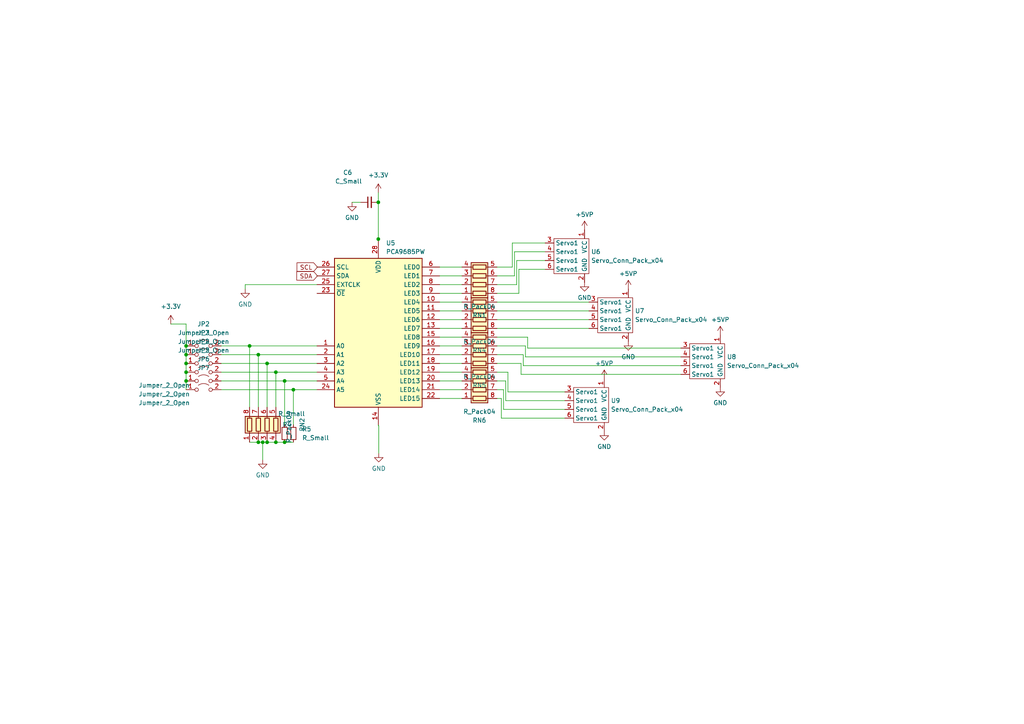
<source format=kicad_sch>
(kicad_sch (version 20230121) (generator eeschema)
  (paper "A4")
  (lib_symbols
    (symbol "Device:C_Small" (pin_numbers hide) (pin_names (offset 0.254) hide)
      (property "Reference" "C" (at 0.254 1.778 0))
      (property "Value" "C_Small" (at 0.254 -2.032 0))
      (symbol "C_Small_0_1"
        (polyline (pts (xy -1.524 -0.508) (xy 1.524 -0.508)) (stroke (width 0.3302)))
        (polyline (pts (xy -1.524 0.508) (xy 1.524 0.508)) (stroke (width 0.3048)))
      )
      (symbol "C_Small_1_1"
        (pin passive line (at 0 2.54 270) (length 2.032) (name "~") (number "1"))
        (pin passive line (at 0 -2.54 90) (length 2.032) (name "~") (number "2"))
      )
    )
    (symbol "Device:R_Pack04" (pin_names (offset 0) hide)
      (property "Reference" "RN" (at -7.62 0 90))
      (property "Value" "R_Pack04" (at 5.08 0 90))
      (symbol "R_Pack04_0_1"
        (rectangle (start -6.35 -2.413) (end 3.81 2.413) (stroke (width 0.254)) (fill (type background)))
        (rectangle (start -5.715 1.905) (end -4.445 -1.905) (stroke (width 0.254)))
        (rectangle (start -3.175 1.905) (end -1.905 -1.905) (stroke (width 0.254)))
        (rectangle (start -0.635 1.905) (end 0.635 -1.905) (stroke (width 0.254)))
        (polyline (pts (xy -5.08 -2.54) (xy -5.08 -1.905)))
        (polyline (pts (xy -5.08 1.905) (xy -5.08 2.54)))
        (polyline (pts (xy -2.54 -2.54) (xy -2.54 -1.905)))
        (polyline (pts (xy -2.54 1.905) (xy -2.54 2.54)))
        (polyline (pts (xy 0 -2.54) (xy 0 -1.905)))
        (polyline (pts (xy 0 1.905) (xy 0 2.54)))
        (polyline (pts (xy 2.54 -2.54) (xy 2.54 -1.905)))
        (polyline (pts (xy 2.54 1.905) (xy 2.54 2.54)))
        (rectangle (start 1.905 1.905) (end 3.175 -1.905) (stroke (width 0.254)))
      )
      (symbol "R_Pack04_1_1"
        (pin passive line (at -5.08 -5.08 90) (length 2.54) (name "R1.1") (number "1"))
        (pin passive line (at -2.54 -5.08 90) (length 2.54) (name "R2.1") (number "2"))
        (pin passive line (at 0 -5.08 90) (length 2.54) (name "R3.1") (number "3"))
        (pin passive line (at 2.54 -5.08 90) (length 2.54) (name "R4.1") (number "4"))
        (pin passive line (at 2.54 5.08 270) (length 2.54) (name "R4.2") (number "5"))
        (pin passive line (at 0 5.08 270) (length 2.54) (name "R3.2") (number "6"))
        (pin passive line (at -2.54 5.08 270) (length 2.54) (name "R2.2") (number "7"))
        (pin passive line (at -5.08 5.08 270) (length 2.54) (name "R1.2") (number "8"))
      )
    )
    (symbol "Device:R_Small" (pin_numbers hide) (pin_names (offset 0.254) hide)
      (property "Reference" "R" (at 0.762 0.508 0))
      (property "Value" "R_Small" (at 0.762 -1.016 0))
      (symbol "R_Small_0_1"
        (rectangle (start -0.762 1.778) (end 0.762 -1.778) (stroke (width 0.2032)))
      )
      (symbol "R_Small_1_1"
        (pin passive line (at 0 2.54 270) (length 0.762) (name "~") (number "1"))
        (pin passive line (at 0 -2.54 90) (length 0.762) (name "~") (number "2"))
      )
    )
    (symbol "Driver_LED:PCA9685PW"
      (property "Reference" "U" (at -12.7 22.225 0))
      (property "Value" "PCA9685PW" (at 1.27 22.225 0))
      (symbol "PCA9685PW_0_1"
        (rectangle (start -12.7 20.32) (end 12.7 -22.86) (stroke (width 0.254)) (fill (type background)))
      )
      (symbol "PCA9685PW_1_1"
        (pin input line (at -17.78 -5.08 0) (length 5.08) (name "A0") (number "1"))
        (pin output line (at 17.78 7.62 180) (length 5.08) (name "LED4") (number "10"))
        (pin output line (at 17.78 5.08 180) (length 5.08) (name "LED5") (number "11"))
        (pin output line (at 17.78 2.54 180) (length 5.08) (name "LED6") (number "12"))
        (pin output line (at 17.78 0 180) (length 5.08) (name "LED7") (number "13"))
        (pin power_in line (at 0 -27.94 90) (length 5.08) (name "VSS") (number "14"))
        (pin output line (at 17.78 -2.54 180) (length 5.08) (name "LED8") (number "15"))
        (pin output line (at 17.78 -5.08 180) (length 5.08) (name "LED9") (number "16"))
        (pin output line (at 17.78 -7.62 180) (length 5.08) (name "LED10") (number "17"))
        (pin output line (at 17.78 -10.16 180) (length 5.08) (name "LED11") (number "18"))
        (pin output line (at 17.78 -12.7 180) (length 5.08) (name "LED12") (number "19"))
        (pin input line (at -17.78 -7.62 0) (length 5.08) (name "A1") (number "2"))
        (pin output line (at 17.78 -15.24 180) (length 5.08) (name "LED13") (number "20"))
        (pin output line (at 17.78 -17.78 180) (length 5.08) (name "LED14") (number "21"))
        (pin output line (at 17.78 -20.32 180) (length 5.08) (name "LED15") (number "22"))
        (pin input line (at -17.78 10.16 0) (length 5.08) (name "~{OE}") (number "23"))
        (pin input line (at -17.78 -17.78 0) (length 5.08) (name "A5") (number "24"))
        (pin input line (at -17.78 12.7 0) (length 5.08) (name "EXTCLK") (number "25"))
        (pin input line (at -17.78 17.78 0) (length 5.08) (name "SCL") (number "26"))
        (pin bidirectional line (at -17.78 15.24 0) (length 5.08) (name "SDA") (number "27"))
        (pin power_in line (at 0 25.4 270) (length 5.08) (name "VDD") (number "28"))
        (pin input line (at -17.78 -10.16 0) (length 5.08) (name "A2") (number "3"))
        (pin input line (at -17.78 -12.7 0) (length 5.08) (name "A3") (number "4"))
        (pin input line (at -17.78 -15.24 0) (length 5.08) (name "A4") (number "5"))
        (pin output line (at 17.78 17.78 180) (length 5.08) (name "LED0") (number "6"))
        (pin output line (at 17.78 15.24 180) (length 5.08) (name "LED1") (number "7"))
        (pin output line (at 17.78 12.7 180) (length 5.08) (name "LED2") (number "8"))
        (pin output line (at 17.78 10.16 180) (length 5.08) (name "LED3") (number "9"))
      )
    )
    (symbol "Jumper:Jumper_2_Open" (pin_names (offset 0) hide)
      (property "Reference" "JP" (at 0 2.794 0))
      (property "Value" "Jumper_2_Open" (at 0 -2.286 0))
      (symbol "Jumper_2_Open_0_0"
        (circle (center -2.032 0) (radius 0.508))
        (circle (center 2.032 0) (radius 0.508))
      )
      (symbol "Jumper_2_Open_0_1"
        (arc (start 1.524 1.27) (mid 0 1.778) (end -1.524 1.27))
      )
      (symbol "Jumper_2_Open_1_1"
        (pin passive line (at -5.08 0 0) (length 2.54) (name "A") (number "1"))
        (pin passive line (at 5.08 0 180) (length 2.54) (name "B") (number "2"))
      )
    )
    (symbol "Servolib:Servo_Conn_Pack_x04"
      (property "Reference" "U" (at 0 13.97 0))
      (property "Value" "Servo_Conn_Pack_x04" (at -6.35 8.89 0))
      (symbol "Servo_Conn_Pack_x04_0_1"
        (rectangle (start -3.81 5.08) (end 6.35 -5.08))
      )
      (symbol "Servo_Conn_Pack_x04_1_1"
        (pin power_in line (at 5.08 7.62 270) (length 2.54) (name "VCC") (number "1"))
        (pin passive line (at 5.08 -7.62 90) (length 2.54) (name "GND") (number "2"))
        (pin passive line (at -6.35 3.81 0) (length 2.54) (name "Servo1") (number "3"))
        (pin passive line (at -6.35 1.27 0) (length 2.54) (name "Servo1") (number "4"))
        (pin passive line (at -6.35 -1.27 0) (length 2.54) (name "Servo1") (number "5"))
        (pin passive line (at -6.35 -3.81 0) (length 2.54) (name "Servo1") (number "6"))
      )
    )
    (symbol "power:+3.3V" (power) (pin_names (offset 0))
      (property "Value" "+3.3V" (at 0 3.556 0))
      (symbol "+3.3V_0_1"
        (polyline (pts (xy -0.762 1.27) (xy 0 2.54)))
        (polyline (pts (xy 0 0) (xy 0 2.54)))
        (polyline (pts (xy 0 2.54) (xy 0.762 1.27)))
      )
      (symbol "+3.3V_1_1"
        (pin power_in line (at 0 0 90) (length 0) hide (name "+3.3V") (number "1"))
      )
    )
    (symbol "power:+5VP" (power) (pin_names (offset 0))
      (property "Value" "+5VP" (at 0 3.556 0))
      (symbol "+5VP_0_1"
        (polyline (pts (xy -0.762 1.27) (xy 0 2.54)))
        (polyline (pts (xy 0 0) (xy 0 2.54)))
        (polyline (pts (xy 0 2.54) (xy 0.762 1.27)))
      )
      (symbol "+5VP_1_1"
        (pin power_in line (at 0 0 90) (length 0) hide (name "+5VP") (number "1"))
      )
    )
    (symbol "power:GND" (power) (pin_names (offset 0))
      (property "Value" "GND" (at 0 -3.81 0))
      (symbol "GND_0_1"
        (polyline (pts (xy 0 0) (xy 0 -1.27) (xy 1.27 -1.27) (xy 0 -2.54) (xy -1.27 -1.27) (xy 0 -1.27)))
      )
      (symbol "GND_1_1"
        (pin power_in line (at 0 0 270) (length 0) hide (name "GND") (number "1"))
      )
    )
  )
  (junction (at 53.975 110.49))
  (junction (at 53.975 105.41))
  (junction (at 53.975 100.33))
  (junction (at 77.47 105.41))
  (junction (at 74.93 102.87))
  (junction (at 72.39 100.33))
  (junction (at 82.55 128.27))
  (junction (at 109.728 69.342))
  (junction (at 82.55 110.49))
  (junction (at 77.47 128.27))
  (junction (at 53.975 107.95))
  (junction (at 74.93 128.27))
  (junction (at 85.09 113.03))
  (junction (at 53.975 102.87))
  (junction (at 80.01 107.95))
  (junction (at 76.2 128.27))
  (junction (at 80.01 128.27))
  (junction (at 109.728 58.674))
  (wire (pts (xy 53.975 100.33) (xy 53.975 102.87)))
  (wire (pts (xy 133.985 85.09) (xy 127.508 85.09)))
  (wire (pts (xy 133.985 80.01) (xy 127.508 80.01)))
  (wire (pts (xy 170.815 92.71) (xy 144.145 92.71)))
  (wire (pts (xy 133.985 92.71) (xy 127.508 92.71)))
  (wire (pts (xy 146.05 118.745) (xy 146.05 113.03)))
  (wire (pts (xy 77.47 105.41) (xy 91.948 105.41)))
  (wire (pts (xy 109.728 58.674) (xy 109.728 69.342)))
  (wire (pts (xy 152.4 103.505) (xy 152.4 100.33)))
  (wire (pts (xy 149.225 73.025) (xy 158.115 73.025)))
  (wire (pts (xy 72.39 100.33) (xy 91.948 100.33)))
  (wire (pts (xy 80.01 107.95) (xy 91.948 107.95)))
  (wire (pts (xy 109.728 123.19) (xy 109.728 123.444)))
  (wire (pts (xy 144.145 95.25) (xy 170.815 95.25)))
  (wire (pts (xy 147.32 107.95) (xy 144.145 107.95)))
  (wire (pts (xy 151.765 106.045) (xy 151.765 102.87)))
  (wire (pts (xy 149.225 80.01) (xy 144.145 80.01)))
  (wire (pts (xy 149.225 73.025) (xy 149.225 80.01)))
  (wire (pts (xy 77.47 105.41) (xy 77.47 118.11)))
  (wire (pts (xy 163.83 116.205) (xy 146.685 116.205)))
  (wire (pts (xy 109.728 69.342) (xy 109.728 69.85)))
  (wire (pts (xy 53.975 105.41) (xy 53.975 107.95)))
  (wire (pts (xy 163.83 121.285) (xy 145.415 121.285)))
  (wire (pts (xy 133.985 95.25) (xy 127.508 95.25)))
  (wire (pts (xy 197.485 108.585) (xy 151.13 108.585)))
  (wire (pts (xy 74.93 128.27) (xy 76.2 128.27)))
  (wire (pts (xy 148.59 70.485) (xy 148.59 77.47)))
  (wire (pts (xy 91.948 80.01) (xy 92.075 80.01)))
  (wire (pts (xy 53.975 100.33) (xy 53.975 93.98)))
  (wire (pts (xy 150.495 85.09) (xy 144.145 85.09)))
  (wire (pts (xy 150.495 78.105) (xy 150.495 85.09)))
  (wire (pts (xy 76.2 128.27) (xy 76.2 133.35)))
  (wire (pts (xy 146.685 116.205) (xy 146.685 110.49)))
  (wire (pts (xy 197.485 106.045) (xy 151.765 106.045)))
  (wire (pts (xy 109.855 123.444) (xy 109.855 131.445)))
  (wire (pts (xy 149.86 75.565) (xy 158.115 75.565)))
  (wire (pts (xy 133.985 113.03) (xy 127.508 113.03)))
  (wire (pts (xy 145.415 115.57) (xy 144.145 115.57)))
  (wire (pts (xy 64.135 113.03) (xy 85.09 113.03)))
  (wire (pts (xy 53.975 107.95) (xy 53.975 110.49)))
  (wire (pts (xy 149.86 82.55) (xy 144.145 82.55)))
  (wire (pts (xy 151.13 108.585) (xy 151.13 105.41)))
  (wire (pts (xy 109.728 69.342) (xy 109.855 69.342)))
  (wire (pts (xy 133.985 102.87) (xy 127.508 102.87)))
  (wire (pts (xy 146.685 110.49) (xy 144.145 110.49)))
  (wire (pts (xy 82.55 110.49) (xy 82.55 123.19)))
  (wire (pts (xy 74.93 102.87) (xy 74.93 118.11)))
  (wire (pts (xy 146.05 113.03) (xy 144.145 113.03)))
  (wire (pts (xy 153.035 100.965) (xy 153.035 97.79)))
  (wire (pts (xy 72.39 128.27) (xy 74.93 128.27)))
  (wire (pts (xy 133.985 100.33) (xy 127.508 100.33)))
  (wire (pts (xy 151.765 102.87) (xy 144.145 102.87)))
  (wire (pts (xy 149.86 75.565) (xy 149.86 82.55)))
  (wire (pts (xy 127.508 77.47) (xy 133.985 77.47)))
  (wire (pts (xy 64.135 105.41) (xy 77.47 105.41)))
  (wire (pts (xy 91.948 77.47) (xy 92.075 77.47)))
  (wire (pts (xy 133.985 90.17) (xy 127.508 90.17)))
  (wire (pts (xy 133.985 87.63) (xy 127.508 87.63)))
  (wire (pts (xy 127.508 82.55) (xy 133.985 82.55)))
  (wire (pts (xy 64.135 110.49) (xy 82.55 110.49)))
  (wire (pts (xy 82.55 128.27) (xy 85.09 128.27)))
  (wire (pts (xy 64.135 107.95) (xy 80.01 107.95)))
  (wire (pts (xy 80.01 128.27) (xy 82.55 128.27)))
  (wire (pts (xy 197.485 100.965) (xy 153.035 100.965)))
  (wire (pts (xy 109.728 123.444) (xy 109.855 123.444)))
  (wire (pts (xy 77.47 128.27) (xy 80.01 128.27)))
  (wire (pts (xy 85.09 113.03) (xy 91.948 113.03)))
  (wire (pts (xy 133.985 107.95) (xy 127.508 107.95)))
  (wire (pts (xy 109.728 55.88) (xy 109.728 58.674)))
  (wire (pts (xy 147.32 113.665) (xy 147.32 107.95)))
  (wire (pts (xy 102.108 58.674) (xy 104.648 58.674)))
  (wire (pts (xy 82.55 110.49) (xy 91.948 110.49)))
  (wire (pts (xy 148.59 77.47) (xy 144.145 77.47)))
  (wire (pts (xy 197.485 103.505) (xy 152.4 103.505)))
  (wire (pts (xy 133.985 105.41) (xy 127.508 105.41)))
  (wire (pts (xy 150.495 78.105) (xy 158.115 78.105)))
  (wire (pts (xy 151.13 105.41) (xy 144.145 105.41)))
  (wire (pts (xy 133.985 110.49) (xy 127.508 110.49)))
  (wire (pts (xy 53.975 110.49) (xy 53.975 113.03)))
  (wire (pts (xy 53.975 102.87) (xy 53.975 105.41)))
  (wire (pts (xy 74.93 102.87) (xy 91.948 102.87)))
  (wire (pts (xy 152.4 100.33) (xy 144.145 100.33)))
  (wire (pts (xy 145.415 121.285) (xy 145.415 115.57)))
  (wire (pts (xy 64.135 100.33) (xy 72.39 100.33)))
  (wire (pts (xy 72.39 100.33) (xy 72.39 118.11)))
  (wire (pts (xy 144.145 87.63) (xy 170.815 87.63)))
  (wire (pts (xy 144.145 90.17) (xy 170.815 90.17)))
  (wire (pts (xy 53.975 93.98) (xy 49.53 93.98)))
  (wire (pts (xy 64.135 102.87) (xy 74.93 102.87)))
  (wire (pts (xy 133.985 97.79) (xy 127.508 97.79)))
  (wire (pts (xy 71.12 82.55) (xy 71.12 83.82)))
  (wire (pts (xy 163.83 113.665) (xy 147.32 113.665)))
  (wire (pts (xy 153.035 97.79) (xy 144.145 97.79)))
  (wire (pts (xy 80.01 107.95) (xy 80.01 118.11)))
  (wire (pts (xy 133.985 115.57) (xy 127.508 115.57)))
  (wire (pts (xy 85.09 113.03) (xy 85.09 123.19)))
  (wire (pts (xy 76.2 128.27) (xy 77.47 128.27)))
  (wire (pts (xy 91.948 82.55) (xy 71.12 82.55)))
  (wire (pts (xy 163.83 118.745) (xy 146.05 118.745)))
  (wire (pts (xy 148.59 70.485) (xy 158.115 70.485)))
  (global_label "SCL" (shape input) (at 92.075 77.47 180) (property "Intersheetrefs" "${INTERSHEET_REFS}" (effects hide)))
  (global_label "SDA" (shape input) (at 92.075 80.01 180) (property "Intersheetrefs" "${INTERSHEET_REFS}" (effects hide)))
  (symbol (lib_id "Device:R_Pack04") (at 77.47 123.19 0) (unit 1)
    (property "Reference" "RN2" (at 87.63 123.19 90))
    (property "Value" "R_Pack04" (at 83.82 123.825 90))
    (property "Footprint" "Resistor_SMD:R_Array_Convex_4x1206" (effects hide))
  )
  (symbol (lib_id "Servolib:Servo_Conn_Pack_x04") (at 177.165 91.44 0) (unit 1)
    (property "Reference" "U7" (at 184.15 90.17 0) (effects (justify left)))
    (property "Value" "Servo_Conn_Pack_x04" (at 184.15 92.71 0) (effects (justify left)))
    (property "Footprint" "Custom:Servo_Bloc_x04" (effects hide))
  )
  (symbol (lib_id "Servolib:Servo_Conn_Pack_x04") (at 203.835 104.775 0) (unit 1)
    (property "Reference" "U8" (at 210.82 103.505 0) (effects (justify left)))
    (property "Value" "Servo_Conn_Pack_x04" (at 210.82 106.045 0) (effects (justify left)))
    (property "Footprint" "Custom:Servo_Bloc_x04" (effects hide))
  )
  (symbol (lib_id "Driver_LED:PCA9685PW") (at 109.728 95.25 0) (unit 1)
    (property "Reference" "U5" (at 111.9221 70.485 0) (effects (justify left)))
    (property "Value" "PCA9685PW" (at 111.9221 73.025 0) (effects (justify left)))
    (property "Footprint" "Package_SO:TSSOP-28_4.4x9.7mm_P0.65mm" (effects hide))
    (property "Datasheet" "http://www.nxp.com/documents/data_sheet/PCA9685.pdf" (effects hide))
  )
  (symbol (lib_id "power:GND") (at 208.915 112.395 0) (unit 1)
    (property "Reference" "#PWR067" (effects hide))
    (property "Value" "GND" (at 208.915 116.84 0))
  )
  (symbol (lib_id "Jumper:Jumper_2_Open") (at 59.055 110.49 0) (unit 1)
    (property "Reference" "JP6" (at 59.055 104.14 0))
    (property "Value" "Jumper_2_Open" (at 47.625 114.3 0))
    (property "Footprint" "Jumper:SolderJumper-2_P1.3mm_Open_Pad1.0x1.5mm" (effects hide))
  )
  (symbol (lib_id "power:GND") (at 76.2 133.35 0) (unit 1)
    (property "Reference" "#PWR059" (effects hide))
    (property "Value" "GND" (at 76.2 137.795 0))
  )
  (symbol (lib_id "Device:R_Pack04") (at 139.065 80.01 270) (mirror x) (unit 1)
    (property "Reference" "RN1" (at 139.065 91.44 90))
    (property "Value" "R_Pack04" (at 139.065 88.9 90))
    (property "Footprint" "Resistor_SMD:R_Array_Convex_4x1206" (effects hide))
  )
  (symbol (lib_id "Jumper:Jumper_2_Open") (at 59.055 107.95 0) (unit 1)
    (property "Reference" "JP5" (at 59.055 101.6 0))
    (property "Value" "Jumper_2_Open" (at 47.625 111.76 0))
    (property "Footprint" "Jumper:SolderJumper-2_P1.3mm_Open_Pad1.0x1.5mm" (effects hide))
  )
  (symbol (lib_id "power:GND") (at 169.545 81.915 0) (unit 1)
    (property "Reference" "#PWR065" (effects hide))
    (property "Value" "GND" (at 169.545 86.36 0))
  )
  (symbol (lib_id "Device:C_Small") (at 107.188 58.674 90) (unit 1)
    (property "Reference" "C6" (at 100.838 50.038 90))
    (property "Value" "C_Small" (at 101.092 52.578 90))
    (property "Footprint" "Capacitor_SMD:C_1206_3216Metric_Pad1.33x1.80mm_HandSolder" (effects hide))
  )
  (symbol (lib_id "power:+5VP") (at 175.26 109.855 0) (unit 1)
    (property "Reference" "#PWR012" (effects hide))
    (property "Value" "+5VP" (at 175.26 105.41 0))
    (instances (project "MainBoardV5" (path "" (reference "#PWR012") (unit 1)) (path "" (reference "#PWR064") (unit 1))))
  )
  (symbol (lib_id "Device:R_Small") (at 85.09 125.73 0) (unit 1)
    (property "Reference" "R5" (at 87.63 124.46 0) (effects (justify left)))
    (property "Value" "R_Small" (at 87.63 127 0) (effects (justify left)))
    (property "Footprint" "Resistor_SMD:R_1206_3216Metric_Pad1.30x1.75mm_HandSolder" (effects hide))
  )
  (symbol (lib_id "power:GND") (at 71.12 83.82 0) (unit 1)
    (property "Reference" "#PWR038" (effects hide))
    (property "Value" "GND" (at 71.12 88.265 0))
  )
  (symbol (lib_id "power:GND") (at 102.108 58.674 0) (unit 1)
    (property "Reference" "#PWR039" (effects hide))
    (property "Value" "GND" (at 102.108 63.119 0))
  )
  (symbol (lib_id "power:+5VP") (at 182.245 83.82 0) (unit 1)
    (property "Reference" "#PWR012" (effects hide))
    (property "Value" "+5VP" (at 182.245 79.375 0))
    (instances (project "MainBoardV5" (path "" (reference "#PWR012") (unit 1)) (path "" (reference "#PWR062") (unit 1))))
  )
  (symbol (lib_id "power:+5VP") (at 208.915 97.155 0) (unit 1)
    (property "Reference" "#PWR012" (effects hide))
    (property "Value" "+5VP" (at 208.915 92.71 0))
    (instances (project "MainBoardV5" (path "" (reference "#PWR012") (unit 1)) (path "" (reference "#PWR063") (unit 1))))
  )
  (symbol (lib_id "power:GND") (at 109.855 131.445 0) (unit 1)
    (property "Reference" "#PWR037" (effects hide))
    (property "Value" "GND" (at 109.855 135.89 0))
  )
  (symbol (lib_id "power:+5VP") (at 169.545 66.675 0) (unit 1)
    (property "Reference" "#PWR012" (effects hide))
    (property "Value" "+5VP" (at 169.545 62.23 0))
    (instances (project "MainBoardV5" (path "" (reference "#PWR012") (unit 1)) (path "" (reference "#PWR061") (unit 1))))
  )
  (symbol (lib_id "Device:R_Pack04") (at 139.065 90.17 270) (mirror x) (unit 1)
    (property "Reference" "RN4" (at 139.065 101.6 90))
    (property "Value" "R_Pack04" (at 139.065 99.06 90))
    (property "Footprint" "Resistor_SMD:R_Array_Convex_4x1206" (effects hide))
  )
  (symbol (lib_id "Servolib:Servo_Conn_Pack_x04") (at 164.465 74.295 0) (unit 1)
    (property "Reference" "U6" (at 171.45 73.025 0) (effects (justify left)))
    (property "Value" "Servo_Conn_Pack_x04" (at 171.45 75.565 0) (effects (justify left)))
    (property "Footprint" "Custom:Servo_Bloc_x04" (effects hide))
  )
  (symbol (lib_id "Jumper:Jumper_2_Open") (at 59.055 105.41 0) (unit 1)
    (property "Reference" "JP4" (at 59.055 99.06 0))
    (property "Value" "Jumper_2_Open" (at 59.055 101.6 0))
    (property "Footprint" "Jumper:SolderJumper-2_P1.3mm_Open_Pad1.0x1.5mm" (effects hide))
  )
  (symbol (lib_id "Device:R_Pack04") (at 139.065 100.33 270) (mirror x) (unit 1)
    (property "Reference" "RN5" (at 139.065 111.76 90))
    (property "Value" "R_Pack04" (at 139.065 109.22 90))
    (property "Footprint" "Resistor_SMD:R_Array_Convex_4x1206" (effects hide))
  )
  (symbol (lib_id "Device:R_Small") (at 82.55 125.73 0) (unit 1)
    (property "Reference" "R4" (at 81.915 123.19 0) (effects (justify left)))
    (property "Value" "R_Small" (at 80.645 120.015 0) (effects (justify left)))
    (property "Footprint" "Resistor_SMD:R_1206_3216Metric_Pad1.30x1.75mm_HandSolder" (effects hide))
  )
  (symbol (lib_id "Jumper:Jumper_2_Open") (at 59.055 100.33 0) (unit 1)
    (property "Reference" "JP2" (at 59.055 93.98 0))
    (property "Value" "Jumper_2_Open" (at 59.055 96.52 0))
    (property "Footprint" "Jumper:SolderJumper-2_P1.3mm_Open_Pad1.0x1.5mm" (effects hide))
  )
  (symbol (lib_id "power:+3.3V") (at 109.728 55.88 0) (unit 1)
    (property "Reference" "#PWR05" (effects hide))
    (property "Value" "+3.3V" (at 109.728 50.8 0))
    (instances (project "MainBoardV5" (path "" (reference "#PWR05") (unit 1)) (path "" (reference "#PWR081") (unit 1)) (path "" (reference "#PWR060") (unit 1))))
  )
  (symbol (lib_id "Jumper:Jumper_2_Open") (at 59.055 113.03 0) (unit 1)
    (property "Reference" "JP7" (at 59.055 106.68 0))
    (property "Value" "Jumper_2_Open" (at 47.625 116.84 0))
    (property "Footprint" "Jumper:SolderJumper-2_P1.3mm_Open_Pad1.0x1.5mm" (effects hide))
  )
  (symbol (lib_id "Device:R_Pack04") (at 139.065 110.49 270) (mirror x) (unit 1)
    (property "Reference" "RN6" (at 139.065 121.92 90))
    (property "Value" "R_Pack04" (at 139.065 119.38 90))
    (property "Footprint" "Resistor_SMD:R_Array_Convex_4x1206" (effects hide))
  )
  (symbol (lib_id "Servolib:Servo_Conn_Pack_x04") (at 170.18 117.475 0) (unit 1)
    (property "Reference" "U9" (at 177.165 116.205 0) (effects (justify left)))
    (property "Value" "Servo_Conn_Pack_x04" (at 177.165 118.745 0) (effects (justify left)))
    (property "Footprint" "Custom:Servo_Bloc_x04" (effects hide))
  )
  (symbol (lib_id "power:GND") (at 182.245 99.06 0) (unit 1)
    (property "Reference" "#PWR066" (effects hide))
    (property "Value" "GND" (at 182.245 103.505 0))
  )
  (symbol (lib_id "Jumper:Jumper_2_Open") (at 59.055 102.87 0) (unit 1)
    (property "Reference" "JP3" (at 59.055 96.52 0))
    (property "Value" "Jumper_2_Open" (at 59.055 99.06 0))
    (property "Footprint" "Jumper:SolderJumper-2_P1.3mm_Open_Pad1.0x1.5mm" (effects hide))
  )
  (symbol (lib_id "power:+3.3V") (at 49.53 93.98 0) (unit 1)
    (property "Reference" "#PWR05" (effects hide))
    (property "Value" "+3.3V" (at 49.53 88.9 0))
    (instances (project "MainBoardV5" (path "" (reference "#PWR05") (unit 1)) (path "" (reference "#PWR081") (unit 1)) (path "" (reference "#PWR040") (unit 1))))
  )
  (symbol (lib_id "power:GND") (at 175.26 125.095 0) (unit 1)
    (property "Reference" "#PWR068" (effects hide))
    (property "Value" "GND" (at 175.26 129.54 0))
  )
)
</source>
